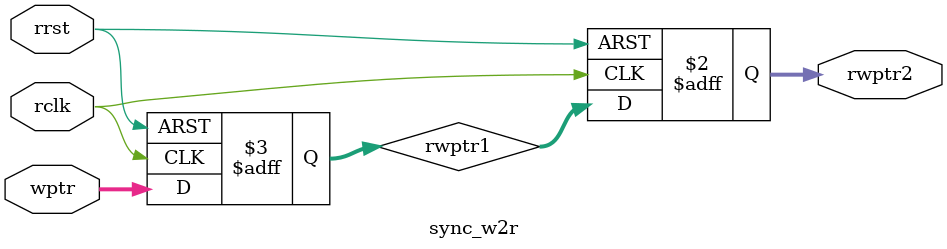
<source format=v>
module sync_w2r #(
    parameter ADDRSIZE = 4
    )(
    output reg [ADDRSIZE:0] rwptr2,
    input      [ADDRSIZE:0] wptr,
    input                   rclk, rrst
    );

reg [ADDRSIZE:0] rwptr1;

always @(posedge rclk or posedge rrst) begin
    if (rrst) begin
        {rwptr2, rwptr1} <= 0;
    end
    else begin
        {rwptr2, rwptr1} <= {rwptr1, wptr};
    end
end

endmodule


</source>
